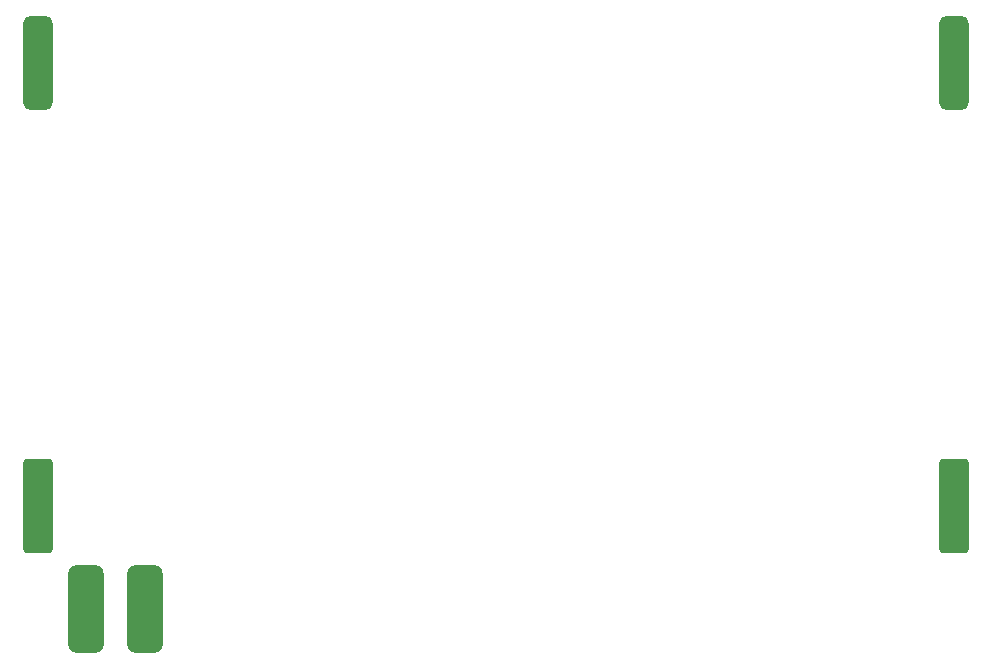
<source format=gbp>
G04 #@! TF.GenerationSoftware,KiCad,Pcbnew,(6.0.10)*
G04 #@! TF.CreationDate,2023-06-17T10:05:04+02:00*
G04 #@! TF.ProjectId,Zaehler-Modul,5a616568-6c65-4722-9d4d-6f64756c2e6b,rev?*
G04 #@! TF.SameCoordinates,Original*
G04 #@! TF.FileFunction,Paste,Bot*
G04 #@! TF.FilePolarity,Positive*
%FSLAX46Y46*%
G04 Gerber Fmt 4.6, Leading zero omitted, Abs format (unit mm)*
G04 Created by KiCad (PCBNEW (6.0.10)) date 2023-06-17 10:05:04*
%MOMM*%
%LPD*%
G01*
G04 APERTURE LIST*
G04 Aperture macros list*
%AMRoundRect*
0 Rectangle with rounded corners*
0 $1 Rounding radius*
0 $2 $3 $4 $5 $6 $7 $8 $9 X,Y pos of 4 corners*
0 Add a 4 corners polygon primitive as box body*
4,1,4,$2,$3,$4,$5,$6,$7,$8,$9,$2,$3,0*
0 Add four circle primitives for the rounded corners*
1,1,$1+$1,$2,$3*
1,1,$1+$1,$4,$5*
1,1,$1+$1,$6,$7*
1,1,$1+$1,$8,$9*
0 Add four rect primitives between the rounded corners*
20,1,$1+$1,$2,$3,$4,$5,0*
20,1,$1+$1,$4,$5,$6,$7,0*
20,1,$1+$1,$6,$7,$8,$9,0*
20,1,$1+$1,$8,$9,$2,$3,0*%
G04 Aperture macros list end*
%ADD10RoundRect,0.312500X0.937500X-3.687500X0.937500X3.687500X-0.937500X3.687500X-0.937500X-3.687500X0*%
%ADD11RoundRect,0.312500X-0.937500X3.687500X-0.937500X-3.687500X0.937500X-3.687500X0.937500X3.687500X0*%
%ADD12RoundRect,0.625000X0.625000X-3.375000X0.625000X3.375000X-0.625000X3.375000X-0.625000X-3.375000X0*%
%ADD13RoundRect,0.625000X-0.625000X3.375000X-0.625000X-3.375000X0.625000X-3.375000X0.625000X3.375000X0*%
%ADD14RoundRect,0.750000X0.750000X3.000000X-0.750000X3.000000X-0.750000X-3.000000X0.750000X-3.000000X0*%
G04 APERTURE END LIST*
D10*
X26250000Y-72500000D03*
D11*
X103750000Y-72500000D03*
D12*
X103775000Y-35000000D03*
D13*
X26250000Y-35000000D03*
D14*
X35250000Y-81210000D03*
X30250000Y-81210000D03*
M02*

</source>
